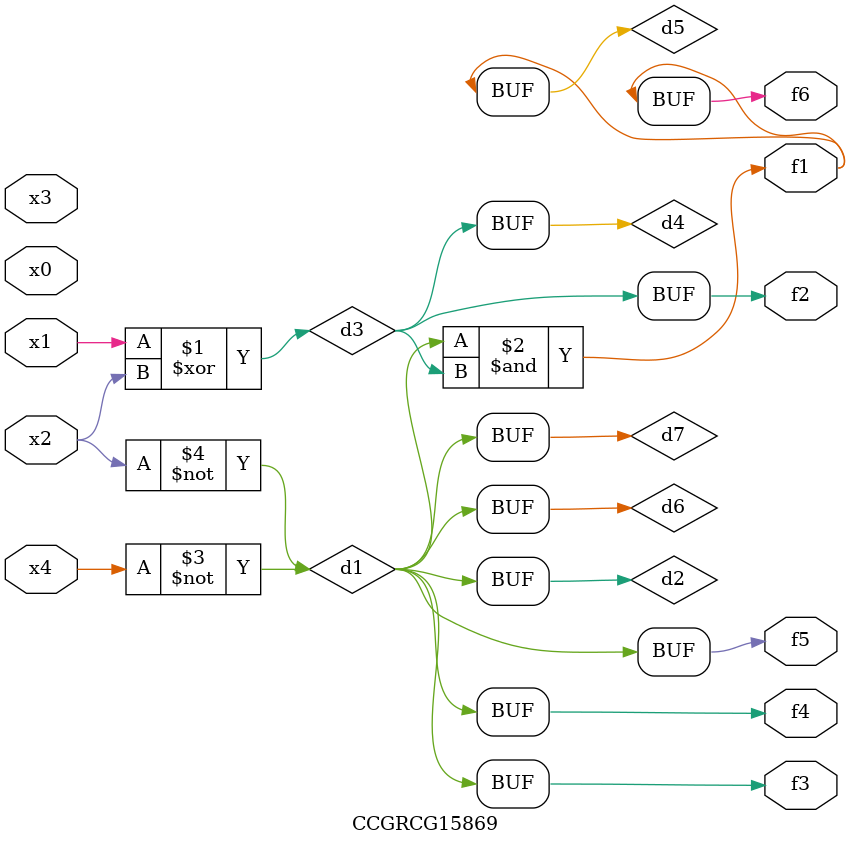
<source format=v>
module CCGRCG15869(
	input x0, x1, x2, x3, x4,
	output f1, f2, f3, f4, f5, f6
);

	wire d1, d2, d3, d4, d5, d6, d7;

	not (d1, x4);
	not (d2, x2);
	xor (d3, x1, x2);
	buf (d4, d3);
	and (d5, d1, d3);
	buf (d6, d1, d2);
	buf (d7, d2);
	assign f1 = d5;
	assign f2 = d4;
	assign f3 = d7;
	assign f4 = d7;
	assign f5 = d7;
	assign f6 = d5;
endmodule

</source>
